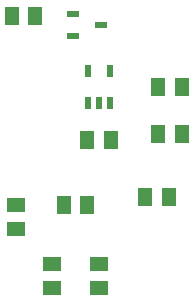
<source format=gtp>
G04*
G04 #@! TF.GenerationSoftware,Altium Limited,Altium Designer,20.1.14 (287)*
G04*
G04 Layer_Color=8421504*
%FSLAX42Y42*%
%MOMM*%
G71*
G04*
G04 #@! TF.SameCoordinates,C0F7CC4A-4C12-43CF-AD3A-5075A501ED9E*
G04*
G04*
G04 #@! TF.FilePolarity,Positive*
G04*
G01*
G75*
%ADD14R,1.00X0.60*%
%ADD15R,1.60X1.20*%
%ADD16R,1.20X1.60*%
%ADD17R,0.60X1.00*%
D14*
X3775Y2620D02*
D03*
Y2430D02*
D03*
X4015Y2525D02*
D03*
D15*
X4000Y500D02*
D03*
Y300D02*
D03*
X3600Y500D02*
D03*
Y300D02*
D03*
X3300Y1000D02*
D03*
Y800D02*
D03*
D16*
X4100Y1550D02*
D03*
X3900D02*
D03*
X4590Y1070D02*
D03*
X4390D02*
D03*
X3260Y2600D02*
D03*
X3460D02*
D03*
X4700Y1600D02*
D03*
X4500D02*
D03*
X3900Y1000D02*
D03*
X3700D02*
D03*
X4700Y2000D02*
D03*
X4500D02*
D03*
D17*
X3905Y2135D02*
D03*
X4095D02*
D03*
Y1865D02*
D03*
X4000D02*
D03*
X3905D02*
D03*
M02*

</source>
